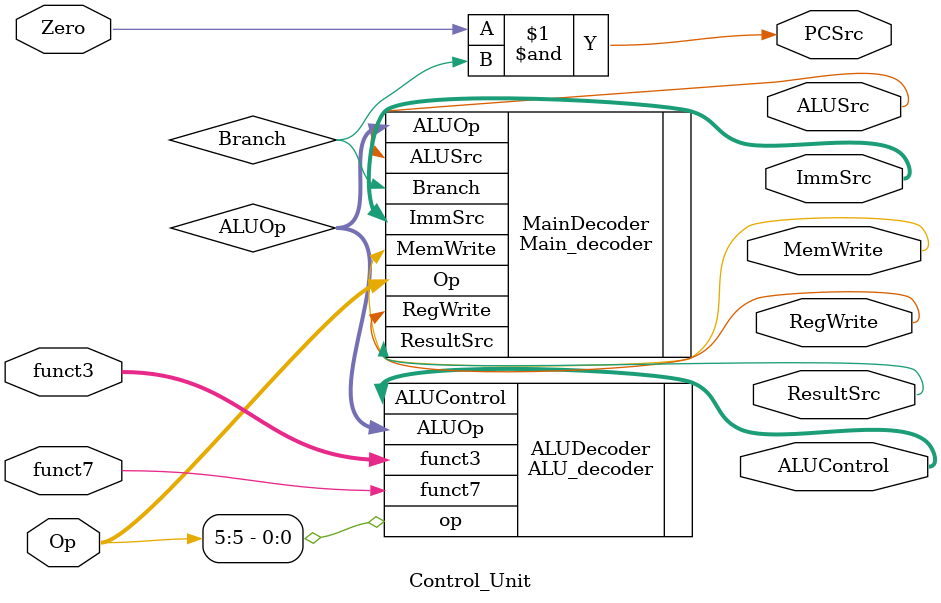
<source format=v>
module Control_Unit (
    input [6:0] Op,
    input [2:0] funct3,
    input funct7,
    input Zero,
    output PCSrc,
    output ResultSrc,
    output MemWrite,
    output ALUSrc,
    output [1:0] ImmSrc,
    output RegWrite,
    output [2:0] ALUControl
);

wire [1:0] ALUOp;
wire Branch;

assign PCSrc = Zero & Branch;

Main_decoder MainDecoder (
.Op(Op),
.Branch(Branch),
.ResultSrc(ResultSrc),
.MemWrite(MemWrite),
.ALUSrc(ALUSrc),
.ImmSrc(ImmSrc),
.RegWrite(RegWrite),
.ALUOp(ALUOp)
);

ALU_decoder ALUDecoder (
.ALUOp(ALUOp),
.funct3(funct3),
.funct7(funct7),
.op(Op[5]),
.ALUControl(ALUControl)
);
    
endmodule
</source>
